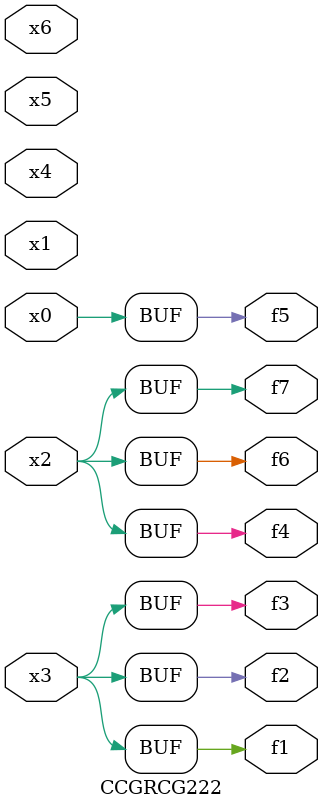
<source format=v>
module CCGRCG222(
	input x0, x1, x2, x3, x4, x5, x6,
	output f1, f2, f3, f4, f5, f6, f7
);
	assign f1 = x3;
	assign f2 = x3;
	assign f3 = x3;
	assign f4 = x2;
	assign f5 = x0;
	assign f6 = x2;
	assign f7 = x2;
endmodule

</source>
